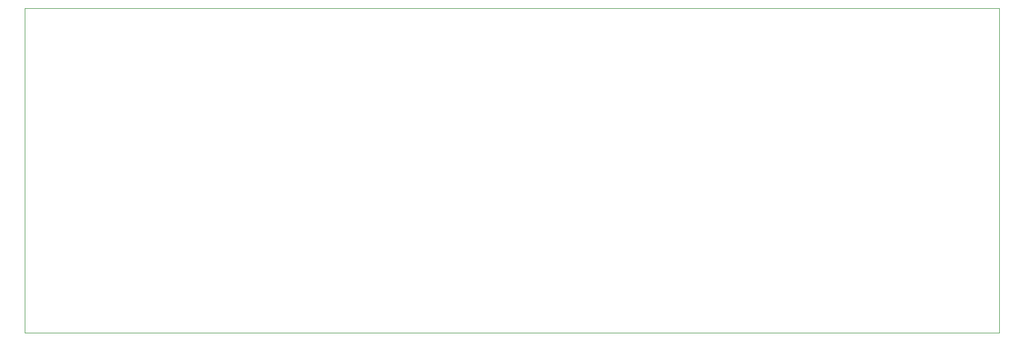
<source format=gbr>
G04 #@! TF.GenerationSoftware,KiCad,Pcbnew,(5.1.5)-3*
G04 #@! TF.CreationDate,2021-03-25T21:43:08+01:00*
G04 #@! TF.ProjectId,tiepieLCR,74696570-6965-44c4-9352-2e6b69636164,rev?*
G04 #@! TF.SameCoordinates,Original*
G04 #@! TF.FileFunction,Profile,NP*
%FSLAX46Y46*%
G04 Gerber Fmt 4.6, Leading zero omitted, Abs format (unit mm)*
G04 Created by KiCad (PCBNEW (5.1.5)-3) date 2021-03-25 21:43:08*
%MOMM*%
%LPD*%
G04 APERTURE LIST*
%ADD10C,0.050000*%
G04 APERTURE END LIST*
D10*
X-10000000Y-50000000D02*
X-10000000Y0D01*
X140000000Y-50000000D02*
X-10000000Y-50000000D01*
X140000000Y0D02*
X140000000Y-50000000D01*
X-10000000Y0D02*
X140000000Y0D01*
M02*

</source>
